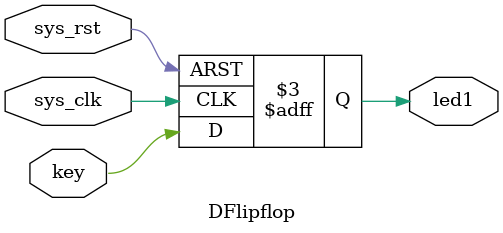
<source format=v>
module DFlipflop
(
	input wire sys_clk,
	input wire sys_rst,
	input wire key,
	
	output reg led1

);

always@(posedge sys_clk or negedge sys_rst)
	if (sys_rst == 1'b0)
		led1 <= 1'b0;
	else
		led1 <= key;
		
endmodule

</source>
